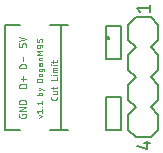
<source format=gbr>
G04 EAGLE Gerber RS-274X export*
G75*
%MOMM*%
%FSLAX34Y34*%
%LPD*%
%INSilkscreen Top*%
%IPPOS*%
%AMOC8*
5,1,8,0,0,1.08239X$1,22.5*%
G01*
%ADD10C,0.050800*%
%ADD11C,0.152400*%
%ADD12C,0.203200*%
%ADD13C,0.127000*%
%ADD14C,0.200000*%


D10*
X8636Y546354D02*
X8636Y548217D01*
X8634Y548287D01*
X8628Y548356D01*
X8618Y548425D01*
X8605Y548493D01*
X8587Y548561D01*
X8566Y548627D01*
X8541Y548692D01*
X8513Y548756D01*
X8481Y548818D01*
X8446Y548878D01*
X8407Y548936D01*
X8365Y548991D01*
X8320Y549045D01*
X8272Y549095D01*
X8222Y549143D01*
X8168Y549188D01*
X8113Y549230D01*
X8055Y549269D01*
X7995Y549304D01*
X7933Y549336D01*
X7869Y549364D01*
X7804Y549389D01*
X7738Y549410D01*
X7670Y549428D01*
X7602Y549441D01*
X7533Y549451D01*
X7464Y549457D01*
X7394Y549459D01*
X7394Y549458D02*
X6773Y549458D01*
X6773Y549459D02*
X6703Y549457D01*
X6634Y549451D01*
X6565Y549441D01*
X6497Y549428D01*
X6429Y549410D01*
X6363Y549389D01*
X6298Y549364D01*
X6234Y549336D01*
X6172Y549304D01*
X6112Y549269D01*
X6054Y549230D01*
X5999Y549188D01*
X5945Y549143D01*
X5895Y549095D01*
X5847Y549045D01*
X5802Y548991D01*
X5760Y548936D01*
X5721Y548878D01*
X5686Y548818D01*
X5654Y548756D01*
X5626Y548692D01*
X5601Y548627D01*
X5580Y548561D01*
X5562Y548493D01*
X5549Y548425D01*
X5539Y548356D01*
X5533Y548287D01*
X5531Y548217D01*
X5532Y548217D02*
X5532Y546354D01*
X3048Y546354D01*
X3048Y549458D01*
X3048Y551530D02*
X8636Y553393D01*
X3048Y555255D01*
X3048Y528574D02*
X8636Y528574D01*
X3048Y528574D02*
X3048Y530126D01*
X3050Y530202D01*
X3055Y530278D01*
X3065Y530354D01*
X3078Y530429D01*
X3095Y530503D01*
X3115Y530577D01*
X3139Y530649D01*
X3166Y530720D01*
X3197Y530790D01*
X3231Y530858D01*
X3269Y530924D01*
X3310Y530988D01*
X3353Y531051D01*
X3400Y531111D01*
X3450Y531168D01*
X3503Y531223D01*
X3558Y531276D01*
X3615Y531326D01*
X3675Y531373D01*
X3738Y531416D01*
X3802Y531457D01*
X3868Y531495D01*
X3936Y531529D01*
X4006Y531560D01*
X4077Y531587D01*
X4150Y531611D01*
X4223Y531631D01*
X4297Y531648D01*
X4372Y531661D01*
X4448Y531671D01*
X4524Y531676D01*
X4600Y531678D01*
X7084Y531678D01*
X7160Y531676D01*
X7236Y531671D01*
X7312Y531661D01*
X7387Y531648D01*
X7461Y531631D01*
X7535Y531611D01*
X7607Y531587D01*
X7678Y531560D01*
X7748Y531529D01*
X7816Y531495D01*
X7882Y531457D01*
X7946Y531416D01*
X8009Y531373D01*
X8069Y531326D01*
X8126Y531276D01*
X8181Y531223D01*
X8234Y531168D01*
X8284Y531111D01*
X8331Y531051D01*
X8374Y530988D01*
X8415Y530924D01*
X8453Y530858D01*
X8487Y530790D01*
X8518Y530720D01*
X8545Y530649D01*
X8569Y530577D01*
X8589Y530503D01*
X8606Y530429D01*
X8619Y530354D01*
X8629Y530278D01*
X8634Y530202D01*
X8636Y530126D01*
X8636Y528574D01*
X6463Y534299D02*
X6463Y538024D01*
X8636Y512064D02*
X3048Y512064D01*
X3048Y513616D01*
X3050Y513692D01*
X3055Y513768D01*
X3065Y513844D01*
X3078Y513919D01*
X3095Y513993D01*
X3115Y514067D01*
X3139Y514139D01*
X3166Y514210D01*
X3197Y514280D01*
X3231Y514348D01*
X3269Y514414D01*
X3310Y514478D01*
X3353Y514541D01*
X3400Y514601D01*
X3450Y514658D01*
X3503Y514713D01*
X3558Y514766D01*
X3615Y514816D01*
X3675Y514863D01*
X3738Y514906D01*
X3802Y514947D01*
X3868Y514985D01*
X3936Y515019D01*
X4006Y515050D01*
X4077Y515077D01*
X4150Y515101D01*
X4223Y515121D01*
X4297Y515138D01*
X4372Y515151D01*
X4448Y515161D01*
X4524Y515166D01*
X4600Y515168D01*
X7084Y515168D01*
X7160Y515166D01*
X7236Y515161D01*
X7312Y515151D01*
X7387Y515138D01*
X7461Y515121D01*
X7535Y515101D01*
X7607Y515077D01*
X7678Y515050D01*
X7748Y515019D01*
X7816Y514985D01*
X7882Y514947D01*
X7946Y514906D01*
X8009Y514863D01*
X8069Y514816D01*
X8126Y514766D01*
X8181Y514713D01*
X8234Y514658D01*
X8284Y514601D01*
X8331Y514541D01*
X8374Y514478D01*
X8415Y514414D01*
X8453Y514348D01*
X8487Y514280D01*
X8518Y514210D01*
X8545Y514139D01*
X8569Y514067D01*
X8589Y513993D01*
X8606Y513919D01*
X8619Y513844D01*
X8629Y513768D01*
X8634Y513692D01*
X8636Y513616D01*
X8636Y512064D01*
X6463Y517789D02*
X6463Y521514D01*
X8326Y519651D02*
X4600Y519651D01*
X5532Y489768D02*
X5532Y488837D01*
X5532Y489768D02*
X8636Y489768D01*
X8636Y487906D01*
X8634Y487836D01*
X8628Y487767D01*
X8618Y487698D01*
X8605Y487630D01*
X8587Y487562D01*
X8566Y487496D01*
X8541Y487431D01*
X8513Y487367D01*
X8481Y487305D01*
X8446Y487245D01*
X8407Y487187D01*
X8365Y487132D01*
X8320Y487078D01*
X8272Y487028D01*
X8222Y486980D01*
X8168Y486935D01*
X8113Y486893D01*
X8055Y486854D01*
X7995Y486819D01*
X7933Y486787D01*
X7869Y486759D01*
X7804Y486734D01*
X7738Y486713D01*
X7670Y486695D01*
X7602Y486682D01*
X7533Y486672D01*
X7464Y486666D01*
X7394Y486664D01*
X4290Y486664D01*
X4220Y486666D01*
X4151Y486672D01*
X4082Y486682D01*
X4014Y486695D01*
X3946Y486713D01*
X3880Y486734D01*
X3815Y486759D01*
X3751Y486787D01*
X3689Y486819D01*
X3629Y486854D01*
X3571Y486893D01*
X3516Y486935D01*
X3462Y486980D01*
X3412Y487028D01*
X3364Y487078D01*
X3319Y487132D01*
X3277Y487187D01*
X3238Y487245D01*
X3203Y487305D01*
X3171Y487367D01*
X3143Y487431D01*
X3118Y487496D01*
X3097Y487562D01*
X3079Y487630D01*
X3066Y487698D01*
X3056Y487767D01*
X3050Y487836D01*
X3048Y487906D01*
X3048Y489768D01*
X3048Y492516D02*
X8636Y492516D01*
X8636Y495621D02*
X3048Y492516D01*
X3048Y495621D02*
X8636Y495621D01*
X8636Y498368D02*
X3048Y498368D01*
X3048Y499920D01*
X3050Y499996D01*
X3055Y500072D01*
X3065Y500148D01*
X3078Y500223D01*
X3095Y500297D01*
X3115Y500371D01*
X3139Y500443D01*
X3166Y500514D01*
X3197Y500584D01*
X3231Y500652D01*
X3269Y500718D01*
X3310Y500782D01*
X3353Y500845D01*
X3400Y500905D01*
X3450Y500962D01*
X3503Y501017D01*
X3558Y501070D01*
X3615Y501120D01*
X3675Y501167D01*
X3738Y501210D01*
X3802Y501251D01*
X3868Y501289D01*
X3936Y501323D01*
X4006Y501354D01*
X4077Y501381D01*
X4150Y501405D01*
X4223Y501425D01*
X4297Y501442D01*
X4372Y501455D01*
X4448Y501465D01*
X4524Y501470D01*
X4600Y501472D01*
X4600Y501473D02*
X7084Y501473D01*
X7084Y501472D02*
X7160Y501470D01*
X7236Y501465D01*
X7312Y501455D01*
X7387Y501442D01*
X7461Y501425D01*
X7535Y501405D01*
X7607Y501381D01*
X7678Y501354D01*
X7748Y501323D01*
X7816Y501289D01*
X7882Y501251D01*
X7946Y501210D01*
X8009Y501167D01*
X8069Y501120D01*
X8126Y501070D01*
X8181Y501017D01*
X8234Y500962D01*
X8284Y500905D01*
X8331Y500845D01*
X8374Y500782D01*
X8415Y500718D01*
X8453Y500652D01*
X8487Y500584D01*
X8518Y500514D01*
X8545Y500443D01*
X8569Y500371D01*
X8589Y500297D01*
X8606Y500223D01*
X8619Y500148D01*
X8629Y500072D01*
X8634Y499996D01*
X8636Y499920D01*
X8636Y498368D01*
D11*
X38100Y476250D02*
X38100Y565150D01*
D10*
X35306Y504388D02*
X35306Y503146D01*
X35304Y503076D01*
X35298Y503007D01*
X35288Y502938D01*
X35275Y502870D01*
X35257Y502802D01*
X35236Y502736D01*
X35211Y502671D01*
X35183Y502607D01*
X35151Y502545D01*
X35116Y502485D01*
X35077Y502427D01*
X35035Y502372D01*
X34990Y502318D01*
X34942Y502268D01*
X34892Y502220D01*
X34838Y502175D01*
X34783Y502133D01*
X34725Y502094D01*
X34665Y502059D01*
X34603Y502027D01*
X34539Y501999D01*
X34474Y501974D01*
X34408Y501953D01*
X34340Y501935D01*
X34272Y501922D01*
X34203Y501912D01*
X34134Y501906D01*
X34064Y501904D01*
X30960Y501904D01*
X30890Y501906D01*
X30821Y501912D01*
X30752Y501922D01*
X30684Y501935D01*
X30616Y501953D01*
X30550Y501974D01*
X30485Y501999D01*
X30421Y502027D01*
X30359Y502059D01*
X30299Y502094D01*
X30241Y502133D01*
X30186Y502175D01*
X30132Y502220D01*
X30082Y502268D01*
X30034Y502318D01*
X29989Y502372D01*
X29947Y502427D01*
X29908Y502485D01*
X29873Y502545D01*
X29841Y502607D01*
X29813Y502671D01*
X29788Y502736D01*
X29767Y502802D01*
X29749Y502870D01*
X29736Y502938D01*
X29726Y503007D01*
X29720Y503076D01*
X29718Y503146D01*
X29718Y504388D01*
X31581Y506620D02*
X34375Y506620D01*
X34433Y506622D01*
X34492Y506627D01*
X34549Y506636D01*
X34607Y506649D01*
X34663Y506666D01*
X34718Y506685D01*
X34771Y506709D01*
X34824Y506735D01*
X34874Y506765D01*
X34922Y506798D01*
X34968Y506834D01*
X35012Y506872D01*
X35054Y506914D01*
X35092Y506958D01*
X35128Y507004D01*
X35161Y507052D01*
X35191Y507102D01*
X35217Y507155D01*
X35241Y507208D01*
X35260Y507263D01*
X35277Y507319D01*
X35290Y507377D01*
X35299Y507434D01*
X35304Y507493D01*
X35306Y507551D01*
X35306Y509103D01*
X31581Y509103D01*
X31581Y511091D02*
X31581Y512954D01*
X29718Y511712D02*
X34375Y511712D01*
X34433Y511714D01*
X34492Y511719D01*
X34549Y511728D01*
X34607Y511741D01*
X34663Y511758D01*
X34718Y511777D01*
X34771Y511801D01*
X34824Y511827D01*
X34874Y511857D01*
X34922Y511890D01*
X34968Y511926D01*
X35012Y511964D01*
X35054Y512006D01*
X35092Y512050D01*
X35128Y512096D01*
X35161Y512144D01*
X35191Y512195D01*
X35217Y512247D01*
X35241Y512300D01*
X35260Y512355D01*
X35277Y512411D01*
X35290Y512469D01*
X35299Y512526D01*
X35304Y512585D01*
X35306Y512643D01*
X35306Y512954D01*
X35306Y518207D02*
X29718Y518207D01*
X35306Y518207D02*
X35306Y520691D01*
X35306Y522675D02*
X31581Y522675D01*
X30028Y522519D02*
X29718Y522519D01*
X29718Y522830D01*
X30028Y522830D01*
X30028Y522519D01*
X31581Y525201D02*
X35306Y525201D01*
X31581Y525201D02*
X31581Y527995D01*
X31583Y528053D01*
X31588Y528112D01*
X31597Y528169D01*
X31610Y528227D01*
X31627Y528283D01*
X31646Y528338D01*
X31670Y528391D01*
X31696Y528444D01*
X31726Y528494D01*
X31759Y528542D01*
X31795Y528588D01*
X31833Y528632D01*
X31875Y528674D01*
X31919Y528712D01*
X31965Y528748D01*
X32013Y528781D01*
X32063Y528811D01*
X32116Y528837D01*
X32169Y528861D01*
X32224Y528880D01*
X32280Y528897D01*
X32338Y528910D01*
X32395Y528919D01*
X32454Y528924D01*
X32512Y528926D01*
X35306Y528926D01*
X35306Y527064D02*
X31581Y527064D01*
X31581Y531453D02*
X35306Y531453D01*
X30028Y531298D02*
X29718Y531298D01*
X29718Y531608D01*
X30028Y531608D01*
X30028Y531298D01*
X31581Y533219D02*
X31581Y535082D01*
X29718Y533840D02*
X34375Y533840D01*
X34375Y533841D02*
X34433Y533843D01*
X34492Y533848D01*
X34549Y533857D01*
X34607Y533870D01*
X34663Y533887D01*
X34718Y533906D01*
X34771Y533930D01*
X34824Y533956D01*
X34874Y533986D01*
X34922Y534019D01*
X34968Y534055D01*
X35012Y534093D01*
X35054Y534135D01*
X35092Y534179D01*
X35128Y534225D01*
X35161Y534273D01*
X35191Y534324D01*
X35217Y534376D01*
X35241Y534429D01*
X35260Y534484D01*
X35277Y534540D01*
X35290Y534598D01*
X35299Y534655D01*
X35304Y534714D01*
X35306Y534772D01*
X35306Y535082D01*
X22606Y487773D02*
X19278Y486664D01*
X19278Y488883D02*
X22606Y487773D01*
X18723Y490842D02*
X17614Y492228D01*
X22606Y492228D01*
X22606Y490842D02*
X22606Y493615D01*
X22606Y495555D02*
X22329Y495555D01*
X22329Y495832D01*
X22606Y495832D01*
X22606Y495555D01*
X18723Y497772D02*
X17614Y499158D01*
X22606Y499158D01*
X22606Y497772D02*
X22606Y500545D01*
X22606Y505501D02*
X17614Y505501D01*
X22606Y505501D02*
X22606Y506888D01*
X22604Y506945D01*
X22598Y507001D01*
X22589Y507057D01*
X22575Y507112D01*
X22558Y507167D01*
X22537Y507219D01*
X22513Y507271D01*
X22485Y507320D01*
X22454Y507368D01*
X22419Y507413D01*
X22382Y507456D01*
X22342Y507496D01*
X22299Y507533D01*
X22254Y507568D01*
X22206Y507599D01*
X22157Y507627D01*
X22105Y507651D01*
X22053Y507672D01*
X21998Y507689D01*
X21943Y507703D01*
X21887Y507712D01*
X21831Y507718D01*
X21774Y507720D01*
X20110Y507720D01*
X20053Y507718D01*
X19997Y507712D01*
X19941Y507703D01*
X19886Y507689D01*
X19831Y507672D01*
X19779Y507651D01*
X19727Y507627D01*
X19678Y507599D01*
X19630Y507568D01*
X19585Y507533D01*
X19542Y507496D01*
X19502Y507456D01*
X19465Y507413D01*
X19430Y507368D01*
X19399Y507320D01*
X19371Y507271D01*
X19347Y507219D01*
X19326Y507167D01*
X19309Y507112D01*
X19295Y507057D01*
X19286Y507001D01*
X19280Y506945D01*
X19278Y506888D01*
X19278Y505501D01*
X24270Y509599D02*
X24270Y510154D01*
X19278Y511818D01*
X19278Y509599D02*
X22606Y510708D01*
X22606Y516582D02*
X17614Y516582D01*
X17614Y517968D01*
X17616Y518041D01*
X17622Y518113D01*
X17631Y518185D01*
X17644Y518256D01*
X17661Y518327D01*
X17682Y518397D01*
X17706Y518465D01*
X17734Y518532D01*
X17765Y518598D01*
X17800Y518662D01*
X17838Y518723D01*
X17879Y518783D01*
X17923Y518841D01*
X17970Y518896D01*
X18020Y518949D01*
X18073Y518999D01*
X18128Y519046D01*
X18186Y519090D01*
X18246Y519131D01*
X18308Y519169D01*
X18371Y519204D01*
X18437Y519235D01*
X18504Y519263D01*
X18572Y519287D01*
X18642Y519308D01*
X18713Y519325D01*
X18784Y519338D01*
X18856Y519347D01*
X18928Y519353D01*
X19001Y519355D01*
X21219Y519355D01*
X21292Y519353D01*
X21364Y519347D01*
X21436Y519338D01*
X21507Y519325D01*
X21578Y519308D01*
X21648Y519287D01*
X21716Y519263D01*
X21783Y519235D01*
X21849Y519204D01*
X21913Y519169D01*
X21974Y519131D01*
X22034Y519090D01*
X22092Y519046D01*
X22147Y518999D01*
X22200Y518949D01*
X22250Y518896D01*
X22297Y518841D01*
X22341Y518783D01*
X22382Y518723D01*
X22420Y518662D01*
X22455Y518598D01*
X22486Y518532D01*
X22514Y518465D01*
X22538Y518397D01*
X22559Y518327D01*
X22576Y518256D01*
X22589Y518185D01*
X22598Y518113D01*
X22604Y518041D01*
X22606Y517968D01*
X22606Y516582D01*
X21497Y521644D02*
X20387Y521644D01*
X20321Y521646D01*
X20256Y521652D01*
X20191Y521661D01*
X20127Y521675D01*
X20063Y521692D01*
X20001Y521713D01*
X19940Y521738D01*
X19881Y521766D01*
X19823Y521798D01*
X19767Y521833D01*
X19714Y521872D01*
X19663Y521913D01*
X19615Y521957D01*
X19569Y522004D01*
X19526Y522054D01*
X19486Y522106D01*
X19449Y522161D01*
X19416Y522218D01*
X19386Y522276D01*
X19359Y522336D01*
X19336Y522398D01*
X19317Y522461D01*
X19302Y522525D01*
X19290Y522589D01*
X19282Y522655D01*
X19278Y522720D01*
X19278Y522786D01*
X19282Y522851D01*
X19290Y522917D01*
X19302Y522981D01*
X19317Y523045D01*
X19336Y523108D01*
X19359Y523170D01*
X19386Y523230D01*
X19416Y523288D01*
X19449Y523345D01*
X19486Y523400D01*
X19526Y523452D01*
X19569Y523502D01*
X19615Y523549D01*
X19663Y523593D01*
X19714Y523634D01*
X19767Y523673D01*
X19823Y523708D01*
X19881Y523740D01*
X19940Y523768D01*
X20001Y523793D01*
X20063Y523814D01*
X20127Y523831D01*
X20191Y523845D01*
X20256Y523854D01*
X20321Y523860D01*
X20387Y523862D01*
X20387Y523863D02*
X21497Y523863D01*
X21497Y523862D02*
X21563Y523860D01*
X21628Y523854D01*
X21693Y523845D01*
X21757Y523831D01*
X21821Y523814D01*
X21883Y523793D01*
X21944Y523768D01*
X22003Y523740D01*
X22061Y523708D01*
X22117Y523673D01*
X22170Y523634D01*
X22221Y523593D01*
X22269Y523549D01*
X22315Y523502D01*
X22358Y523452D01*
X22398Y523400D01*
X22435Y523345D01*
X22468Y523288D01*
X22498Y523230D01*
X22525Y523170D01*
X22548Y523108D01*
X22567Y523045D01*
X22582Y522981D01*
X22594Y522917D01*
X22602Y522851D01*
X22606Y522786D01*
X22606Y522720D01*
X22602Y522655D01*
X22594Y522589D01*
X22582Y522525D01*
X22567Y522461D01*
X22548Y522398D01*
X22525Y522336D01*
X22498Y522276D01*
X22468Y522218D01*
X22435Y522161D01*
X22398Y522106D01*
X22358Y522054D01*
X22315Y522004D01*
X22269Y521957D01*
X22221Y521913D01*
X22170Y521872D01*
X22117Y521833D01*
X22061Y521798D01*
X22003Y521766D01*
X21944Y521738D01*
X21883Y521713D01*
X21821Y521692D01*
X21757Y521675D01*
X21693Y521661D01*
X21628Y521652D01*
X21563Y521646D01*
X21497Y521644D01*
X22606Y526738D02*
X22606Y528125D01*
X22606Y526738D02*
X22604Y526681D01*
X22598Y526625D01*
X22589Y526569D01*
X22575Y526514D01*
X22558Y526459D01*
X22537Y526407D01*
X22513Y526355D01*
X22485Y526306D01*
X22454Y526258D01*
X22419Y526213D01*
X22382Y526170D01*
X22342Y526130D01*
X22299Y526093D01*
X22254Y526058D01*
X22206Y526027D01*
X22157Y525999D01*
X22105Y525975D01*
X22053Y525954D01*
X21998Y525937D01*
X21943Y525923D01*
X21887Y525914D01*
X21831Y525908D01*
X21774Y525906D01*
X20110Y525906D01*
X20053Y525908D01*
X19997Y525914D01*
X19941Y525923D01*
X19886Y525937D01*
X19831Y525954D01*
X19779Y525975D01*
X19727Y525999D01*
X19678Y526027D01*
X19630Y526058D01*
X19585Y526093D01*
X19542Y526130D01*
X19502Y526170D01*
X19465Y526213D01*
X19430Y526258D01*
X19399Y526306D01*
X19371Y526355D01*
X19347Y526407D01*
X19326Y526459D01*
X19309Y526514D01*
X19295Y526569D01*
X19286Y526625D01*
X19280Y526681D01*
X19278Y526738D01*
X19278Y528125D01*
X23438Y528125D01*
X23495Y528123D01*
X23551Y528117D01*
X23607Y528108D01*
X23662Y528094D01*
X23717Y528077D01*
X23769Y528056D01*
X23821Y528032D01*
X23870Y528004D01*
X23918Y527973D01*
X23963Y527938D01*
X24006Y527901D01*
X24046Y527861D01*
X24083Y527818D01*
X24118Y527773D01*
X24149Y527725D01*
X24177Y527676D01*
X24201Y527624D01*
X24222Y527572D01*
X24239Y527517D01*
X24253Y527462D01*
X24262Y527406D01*
X24268Y527350D01*
X24270Y527293D01*
X24270Y526184D01*
X20665Y531332D02*
X20665Y532580D01*
X20664Y531332D02*
X20666Y531271D01*
X20672Y531210D01*
X20681Y531150D01*
X20695Y531091D01*
X20712Y531032D01*
X20732Y530975D01*
X20756Y530919D01*
X20784Y530864D01*
X20815Y530812D01*
X20849Y530761D01*
X20887Y530713D01*
X20927Y530667D01*
X20970Y530624D01*
X21016Y530584D01*
X21064Y530546D01*
X21115Y530512D01*
X21167Y530481D01*
X21222Y530453D01*
X21278Y530429D01*
X21335Y530409D01*
X21394Y530392D01*
X21453Y530378D01*
X21513Y530369D01*
X21574Y530363D01*
X21635Y530361D01*
X21696Y530363D01*
X21757Y530369D01*
X21817Y530378D01*
X21876Y530392D01*
X21935Y530409D01*
X21992Y530429D01*
X22048Y530453D01*
X22103Y530481D01*
X22155Y530512D01*
X22206Y530546D01*
X22254Y530584D01*
X22300Y530624D01*
X22343Y530667D01*
X22383Y530713D01*
X22421Y530761D01*
X22455Y530812D01*
X22486Y530864D01*
X22514Y530919D01*
X22538Y530975D01*
X22558Y531032D01*
X22575Y531091D01*
X22589Y531150D01*
X22598Y531210D01*
X22604Y531271D01*
X22606Y531332D01*
X22606Y532580D01*
X20110Y532580D01*
X20053Y532578D01*
X19997Y532572D01*
X19941Y532563D01*
X19886Y532549D01*
X19831Y532532D01*
X19779Y532511D01*
X19727Y532487D01*
X19678Y532459D01*
X19630Y532428D01*
X19585Y532393D01*
X19542Y532356D01*
X19502Y532316D01*
X19465Y532273D01*
X19430Y532228D01*
X19399Y532180D01*
X19371Y532131D01*
X19347Y532079D01*
X19326Y532027D01*
X19309Y531972D01*
X19295Y531917D01*
X19286Y531861D01*
X19280Y531805D01*
X19278Y531748D01*
X19278Y530639D01*
X19278Y535009D02*
X22606Y535009D01*
X19278Y535009D02*
X19278Y536395D01*
X19280Y536452D01*
X19286Y536508D01*
X19295Y536564D01*
X19309Y536619D01*
X19326Y536674D01*
X19347Y536726D01*
X19371Y536778D01*
X19399Y536827D01*
X19430Y536875D01*
X19465Y536920D01*
X19502Y536963D01*
X19542Y537003D01*
X19585Y537040D01*
X19630Y537075D01*
X19678Y537106D01*
X19727Y537134D01*
X19779Y537158D01*
X19831Y537179D01*
X19886Y537196D01*
X19941Y537210D01*
X19997Y537219D01*
X20053Y537225D01*
X20110Y537227D01*
X22606Y537227D01*
X22606Y539734D02*
X17614Y539734D01*
X20387Y541398D01*
X17614Y543062D01*
X22606Y543062D01*
X20387Y546566D02*
X20387Y548230D01*
X20387Y546566D02*
X20385Y546502D01*
X20380Y546437D01*
X20370Y546373D01*
X20357Y546310D01*
X20340Y546248D01*
X20320Y546187D01*
X20296Y546127D01*
X20269Y546068D01*
X20238Y546012D01*
X20205Y545957D01*
X20168Y545904D01*
X20128Y545853D01*
X20085Y545805D01*
X20039Y545759D01*
X19991Y545716D01*
X19940Y545676D01*
X19887Y545639D01*
X19833Y545606D01*
X19776Y545575D01*
X19717Y545548D01*
X19657Y545524D01*
X19596Y545504D01*
X19534Y545487D01*
X19471Y545474D01*
X19407Y545464D01*
X19342Y545459D01*
X19278Y545457D01*
X19278Y545456D02*
X19001Y545456D01*
X18928Y545458D01*
X18856Y545464D01*
X18784Y545473D01*
X18713Y545486D01*
X18642Y545503D01*
X18572Y545524D01*
X18504Y545548D01*
X18437Y545576D01*
X18371Y545607D01*
X18307Y545642D01*
X18246Y545680D01*
X18186Y545721D01*
X18128Y545765D01*
X18073Y545812D01*
X18020Y545862D01*
X17970Y545915D01*
X17923Y545970D01*
X17879Y546028D01*
X17838Y546088D01*
X17800Y546150D01*
X17765Y546213D01*
X17734Y546279D01*
X17706Y546346D01*
X17682Y546414D01*
X17661Y546484D01*
X17644Y546555D01*
X17631Y546626D01*
X17622Y546698D01*
X17616Y546770D01*
X17614Y546843D01*
X17616Y546916D01*
X17622Y546988D01*
X17631Y547060D01*
X17644Y547131D01*
X17661Y547202D01*
X17682Y547272D01*
X17706Y547340D01*
X17734Y547407D01*
X17765Y547473D01*
X17800Y547537D01*
X17838Y547598D01*
X17879Y547658D01*
X17923Y547716D01*
X17970Y547771D01*
X18020Y547824D01*
X18073Y547874D01*
X18128Y547921D01*
X18186Y547965D01*
X18246Y548006D01*
X18308Y548044D01*
X18371Y548079D01*
X18437Y548110D01*
X18504Y548138D01*
X18572Y548162D01*
X18642Y548183D01*
X18713Y548200D01*
X18784Y548213D01*
X18856Y548222D01*
X18928Y548228D01*
X19001Y548230D01*
X20387Y548230D01*
X20479Y548228D01*
X20570Y548222D01*
X20661Y548213D01*
X20752Y548200D01*
X20842Y548183D01*
X20932Y548162D01*
X21020Y548138D01*
X21108Y548110D01*
X21194Y548078D01*
X21278Y548043D01*
X21362Y548005D01*
X21443Y547963D01*
X21523Y547917D01*
X21601Y547869D01*
X21676Y547817D01*
X21750Y547762D01*
X21821Y547704D01*
X21890Y547644D01*
X21956Y547580D01*
X22020Y547514D01*
X22080Y547445D01*
X22138Y547374D01*
X22193Y547300D01*
X22245Y547225D01*
X22293Y547147D01*
X22339Y547067D01*
X22381Y546986D01*
X22419Y546902D01*
X22454Y546818D01*
X22486Y546732D01*
X22514Y546644D01*
X22538Y546556D01*
X22559Y546466D01*
X22576Y546376D01*
X22589Y546285D01*
X22598Y546194D01*
X22604Y546103D01*
X22606Y546011D01*
X22606Y550406D02*
X22606Y552070D01*
X22604Y552134D01*
X22599Y552199D01*
X22589Y552263D01*
X22576Y552326D01*
X22559Y552388D01*
X22539Y552449D01*
X22515Y552509D01*
X22488Y552568D01*
X22457Y552625D01*
X22424Y552679D01*
X22387Y552732D01*
X22347Y552783D01*
X22304Y552831D01*
X22258Y552877D01*
X22210Y552920D01*
X22159Y552960D01*
X22106Y552997D01*
X22052Y553030D01*
X21995Y553061D01*
X21936Y553088D01*
X21876Y553112D01*
X21815Y553132D01*
X21753Y553149D01*
X21690Y553162D01*
X21626Y553172D01*
X21561Y553177D01*
X21497Y553179D01*
X21497Y553180D02*
X20942Y553180D01*
X20942Y553179D02*
X20878Y553177D01*
X20813Y553172D01*
X20749Y553162D01*
X20686Y553149D01*
X20624Y553132D01*
X20563Y553112D01*
X20503Y553088D01*
X20444Y553061D01*
X20388Y553030D01*
X20333Y552997D01*
X20280Y552960D01*
X20229Y552920D01*
X20181Y552877D01*
X20135Y552831D01*
X20092Y552783D01*
X20052Y552732D01*
X20015Y552679D01*
X19982Y552625D01*
X19951Y552568D01*
X19924Y552509D01*
X19900Y552449D01*
X19880Y552388D01*
X19863Y552326D01*
X19850Y552263D01*
X19840Y552199D01*
X19835Y552134D01*
X19833Y552070D01*
X19833Y550406D01*
X17614Y550406D01*
X17614Y553180D01*
D12*
X76200Y504190D02*
X76200Y476250D01*
X76200Y504190D02*
X88900Y504190D01*
X88900Y476250D01*
X76200Y476250D01*
X76200Y535940D02*
X76200Y563880D01*
X88900Y563880D01*
X88900Y535940D01*
X76200Y535940D01*
D11*
X120650Y552450D02*
X120650Y565150D01*
X120650Y552450D02*
X114300Y546100D01*
X101600Y546100D02*
X95250Y552450D01*
X114300Y546100D02*
X120650Y539750D01*
X120650Y527050D01*
X114300Y520700D01*
X101600Y520700D02*
X95250Y527050D01*
X95250Y539750D01*
X101600Y546100D01*
X101600Y571500D02*
X114300Y571500D01*
X120650Y565150D01*
X101600Y571500D02*
X95250Y565150D01*
X95250Y552450D01*
X114300Y520700D02*
X120650Y514350D01*
X120650Y501650D01*
X114300Y495300D01*
X101600Y495300D02*
X95250Y501650D01*
X95250Y514350D01*
X101600Y520700D01*
X120650Y488950D02*
X120650Y476250D01*
X114300Y469900D01*
X101600Y469900D01*
X95250Y476250D01*
X114300Y495300D02*
X120650Y488950D01*
X101600Y495300D02*
X95250Y488950D01*
X95250Y476250D01*
D13*
X104775Y575945D02*
X102235Y579120D01*
X113665Y579120D01*
X113665Y575945D02*
X113665Y582295D01*
X102235Y462915D02*
X111125Y460375D01*
X111125Y466725D01*
X108585Y464820D02*
X113665Y464820D01*
X44270Y565400D02*
X29270Y565400D01*
X29270Y476000D02*
X44270Y476000D01*
X3270Y565400D02*
X-9430Y565400D01*
X-9430Y476000D01*
X3270Y476000D01*
D14*
X77270Y554200D02*
X77272Y554263D01*
X77278Y554325D01*
X77288Y554387D01*
X77301Y554449D01*
X77319Y554509D01*
X77340Y554568D01*
X77365Y554626D01*
X77394Y554682D01*
X77426Y554736D01*
X77461Y554788D01*
X77499Y554837D01*
X77541Y554885D01*
X77585Y554929D01*
X77633Y554971D01*
X77682Y555009D01*
X77734Y555044D01*
X77788Y555076D01*
X77844Y555105D01*
X77902Y555130D01*
X77961Y555151D01*
X78021Y555169D01*
X78083Y555182D01*
X78145Y555192D01*
X78207Y555198D01*
X78270Y555200D01*
X78333Y555198D01*
X78395Y555192D01*
X78457Y555182D01*
X78519Y555169D01*
X78579Y555151D01*
X78638Y555130D01*
X78696Y555105D01*
X78752Y555076D01*
X78806Y555044D01*
X78858Y555009D01*
X78907Y554971D01*
X78955Y554929D01*
X78999Y554885D01*
X79041Y554837D01*
X79079Y554788D01*
X79114Y554736D01*
X79146Y554682D01*
X79175Y554626D01*
X79200Y554568D01*
X79221Y554509D01*
X79239Y554449D01*
X79252Y554387D01*
X79262Y554325D01*
X79268Y554263D01*
X79270Y554200D01*
X79268Y554137D01*
X79262Y554075D01*
X79252Y554013D01*
X79239Y553951D01*
X79221Y553891D01*
X79200Y553832D01*
X79175Y553774D01*
X79146Y553718D01*
X79114Y553664D01*
X79079Y553612D01*
X79041Y553563D01*
X78999Y553515D01*
X78955Y553471D01*
X78907Y553429D01*
X78858Y553391D01*
X78806Y553356D01*
X78752Y553324D01*
X78696Y553295D01*
X78638Y553270D01*
X78579Y553249D01*
X78519Y553231D01*
X78457Y553218D01*
X78395Y553208D01*
X78333Y553202D01*
X78270Y553200D01*
X78207Y553202D01*
X78145Y553208D01*
X78083Y553218D01*
X78021Y553231D01*
X77961Y553249D01*
X77902Y553270D01*
X77844Y553295D01*
X77788Y553324D01*
X77734Y553356D01*
X77682Y553391D01*
X77633Y553429D01*
X77585Y553471D01*
X77541Y553515D01*
X77499Y553563D01*
X77461Y553612D01*
X77426Y553664D01*
X77394Y553718D01*
X77365Y553774D01*
X77340Y553832D01*
X77319Y553891D01*
X77301Y553951D01*
X77288Y554013D01*
X77278Y554075D01*
X77272Y554137D01*
X77270Y554200D01*
M02*

</source>
